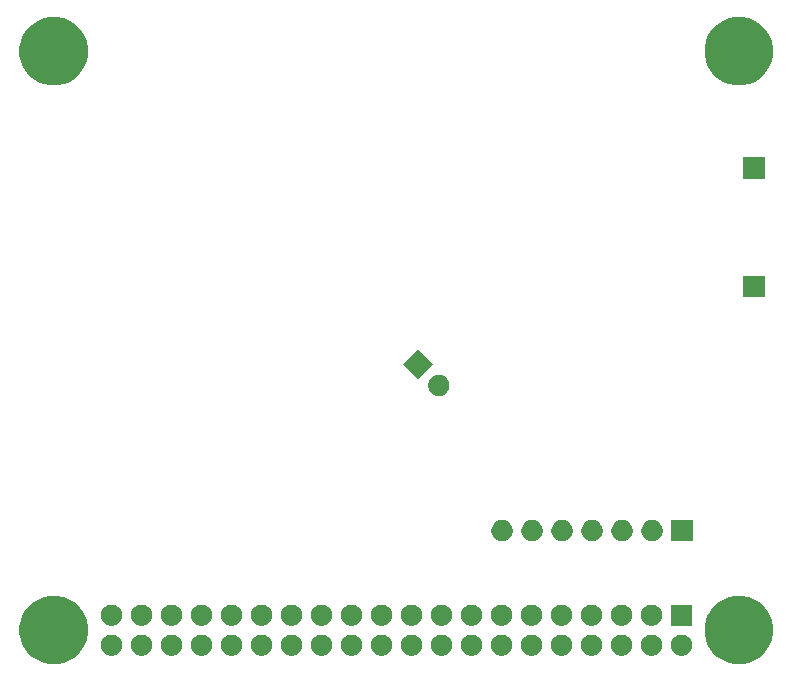
<source format=gbr>
G04 #@! TF.GenerationSoftware,KiCad,Pcbnew,(5.1.5-0-10_14)*
G04 #@! TF.CreationDate,2020-04-05T15:29:42+02:00*
G04 #@! TF.ProjectId,Oasis_ADC,4f617369-735f-4414-9443-2e6b69636164,rev?*
G04 #@! TF.SameCoordinates,Original*
G04 #@! TF.FileFunction,Soldermask,Bot*
G04 #@! TF.FilePolarity,Negative*
%FSLAX46Y46*%
G04 Gerber Fmt 4.6, Leading zero omitted, Abs format (unit mm)*
G04 Created by KiCad (PCBNEW (5.1.5-0-10_14)) date 2020-04-05 15:29:42*
%MOMM*%
%LPD*%
G04 APERTURE LIST*
%ADD10C,0.100000*%
G04 APERTURE END LIST*
D10*
G36*
X62346189Y-49710483D02*
G01*
X62346192Y-49710484D01*
X62346191Y-49710484D01*
X62874139Y-49929167D01*
X63349280Y-50246646D01*
X63753354Y-50650720D01*
X63978175Y-50987189D01*
X64070834Y-51125863D01*
X64289517Y-51653811D01*
X64401000Y-52214275D01*
X64401000Y-52785725D01*
X64289517Y-53346189D01*
X64289516Y-53346191D01*
X64070833Y-53874139D01*
X63753354Y-54349280D01*
X63349280Y-54753354D01*
X62874139Y-55070833D01*
X62874138Y-55070834D01*
X62874137Y-55070834D01*
X62346189Y-55289517D01*
X61785725Y-55401000D01*
X61214275Y-55401000D01*
X60653811Y-55289517D01*
X60125863Y-55070834D01*
X60125862Y-55070834D01*
X60125861Y-55070833D01*
X59650720Y-54753354D01*
X59246646Y-54349280D01*
X58929167Y-53874139D01*
X58710484Y-53346191D01*
X58710483Y-53346189D01*
X58599000Y-52785725D01*
X58599000Y-52214275D01*
X58710483Y-51653811D01*
X58929166Y-51125863D01*
X59021825Y-50987189D01*
X59246646Y-50650720D01*
X59650720Y-50246646D01*
X60125861Y-49929167D01*
X60653809Y-49710484D01*
X60653808Y-49710484D01*
X60653811Y-49710483D01*
X61214275Y-49599000D01*
X61785725Y-49599000D01*
X62346189Y-49710483D01*
G37*
G36*
X4346189Y-49710483D02*
G01*
X4346192Y-49710484D01*
X4346191Y-49710484D01*
X4874139Y-49929167D01*
X5349280Y-50246646D01*
X5753354Y-50650720D01*
X5978175Y-50987189D01*
X6070834Y-51125863D01*
X6289517Y-51653811D01*
X6401000Y-52214275D01*
X6401000Y-52785725D01*
X6289517Y-53346189D01*
X6289516Y-53346191D01*
X6070833Y-53874139D01*
X5753354Y-54349280D01*
X5349280Y-54753354D01*
X4874139Y-55070833D01*
X4874138Y-55070834D01*
X4874137Y-55070834D01*
X4346189Y-55289517D01*
X3785725Y-55401000D01*
X3214275Y-55401000D01*
X2653811Y-55289517D01*
X2125863Y-55070834D01*
X2125862Y-55070834D01*
X2125861Y-55070833D01*
X1650720Y-54753354D01*
X1246646Y-54349280D01*
X929167Y-53874139D01*
X710484Y-53346191D01*
X710483Y-53346189D01*
X599000Y-52785725D01*
X599000Y-52214275D01*
X710483Y-51653811D01*
X929166Y-51125863D01*
X1021825Y-50987189D01*
X1246646Y-50650720D01*
X1650720Y-50246646D01*
X2125861Y-49929167D01*
X2653809Y-49710484D01*
X2653808Y-49710484D01*
X2653811Y-49710483D01*
X3214275Y-49599000D01*
X3785725Y-49599000D01*
X4346189Y-49710483D01*
G37*
G36*
X51683512Y-52893927D02*
G01*
X51832812Y-52923624D01*
X51996784Y-52991544D01*
X52144354Y-53090147D01*
X52269853Y-53215646D01*
X52368456Y-53363216D01*
X52436376Y-53527188D01*
X52471000Y-53701259D01*
X52471000Y-53878741D01*
X52436376Y-54052812D01*
X52368456Y-54216784D01*
X52269853Y-54364354D01*
X52144354Y-54489853D01*
X51996784Y-54588456D01*
X51832812Y-54656376D01*
X51683512Y-54686073D01*
X51658742Y-54691000D01*
X51481258Y-54691000D01*
X51456488Y-54686073D01*
X51307188Y-54656376D01*
X51143216Y-54588456D01*
X50995646Y-54489853D01*
X50870147Y-54364354D01*
X50771544Y-54216784D01*
X50703624Y-54052812D01*
X50669000Y-53878741D01*
X50669000Y-53701259D01*
X50703624Y-53527188D01*
X50771544Y-53363216D01*
X50870147Y-53215646D01*
X50995646Y-53090147D01*
X51143216Y-52991544D01*
X51307188Y-52923624D01*
X51456488Y-52893927D01*
X51481258Y-52889000D01*
X51658742Y-52889000D01*
X51683512Y-52893927D01*
G37*
G36*
X49143512Y-52893927D02*
G01*
X49292812Y-52923624D01*
X49456784Y-52991544D01*
X49604354Y-53090147D01*
X49729853Y-53215646D01*
X49828456Y-53363216D01*
X49896376Y-53527188D01*
X49931000Y-53701259D01*
X49931000Y-53878741D01*
X49896376Y-54052812D01*
X49828456Y-54216784D01*
X49729853Y-54364354D01*
X49604354Y-54489853D01*
X49456784Y-54588456D01*
X49292812Y-54656376D01*
X49143512Y-54686073D01*
X49118742Y-54691000D01*
X48941258Y-54691000D01*
X48916488Y-54686073D01*
X48767188Y-54656376D01*
X48603216Y-54588456D01*
X48455646Y-54489853D01*
X48330147Y-54364354D01*
X48231544Y-54216784D01*
X48163624Y-54052812D01*
X48129000Y-53878741D01*
X48129000Y-53701259D01*
X48163624Y-53527188D01*
X48231544Y-53363216D01*
X48330147Y-53215646D01*
X48455646Y-53090147D01*
X48603216Y-52991544D01*
X48767188Y-52923624D01*
X48916488Y-52893927D01*
X48941258Y-52889000D01*
X49118742Y-52889000D01*
X49143512Y-52893927D01*
G37*
G36*
X46603512Y-52893927D02*
G01*
X46752812Y-52923624D01*
X46916784Y-52991544D01*
X47064354Y-53090147D01*
X47189853Y-53215646D01*
X47288456Y-53363216D01*
X47356376Y-53527188D01*
X47391000Y-53701259D01*
X47391000Y-53878741D01*
X47356376Y-54052812D01*
X47288456Y-54216784D01*
X47189853Y-54364354D01*
X47064354Y-54489853D01*
X46916784Y-54588456D01*
X46752812Y-54656376D01*
X46603512Y-54686073D01*
X46578742Y-54691000D01*
X46401258Y-54691000D01*
X46376488Y-54686073D01*
X46227188Y-54656376D01*
X46063216Y-54588456D01*
X45915646Y-54489853D01*
X45790147Y-54364354D01*
X45691544Y-54216784D01*
X45623624Y-54052812D01*
X45589000Y-53878741D01*
X45589000Y-53701259D01*
X45623624Y-53527188D01*
X45691544Y-53363216D01*
X45790147Y-53215646D01*
X45915646Y-53090147D01*
X46063216Y-52991544D01*
X46227188Y-52923624D01*
X46376488Y-52893927D01*
X46401258Y-52889000D01*
X46578742Y-52889000D01*
X46603512Y-52893927D01*
G37*
G36*
X44063512Y-52893927D02*
G01*
X44212812Y-52923624D01*
X44376784Y-52991544D01*
X44524354Y-53090147D01*
X44649853Y-53215646D01*
X44748456Y-53363216D01*
X44816376Y-53527188D01*
X44851000Y-53701259D01*
X44851000Y-53878741D01*
X44816376Y-54052812D01*
X44748456Y-54216784D01*
X44649853Y-54364354D01*
X44524354Y-54489853D01*
X44376784Y-54588456D01*
X44212812Y-54656376D01*
X44063512Y-54686073D01*
X44038742Y-54691000D01*
X43861258Y-54691000D01*
X43836488Y-54686073D01*
X43687188Y-54656376D01*
X43523216Y-54588456D01*
X43375646Y-54489853D01*
X43250147Y-54364354D01*
X43151544Y-54216784D01*
X43083624Y-54052812D01*
X43049000Y-53878741D01*
X43049000Y-53701259D01*
X43083624Y-53527188D01*
X43151544Y-53363216D01*
X43250147Y-53215646D01*
X43375646Y-53090147D01*
X43523216Y-52991544D01*
X43687188Y-52923624D01*
X43836488Y-52893927D01*
X43861258Y-52889000D01*
X44038742Y-52889000D01*
X44063512Y-52893927D01*
G37*
G36*
X41523512Y-52893927D02*
G01*
X41672812Y-52923624D01*
X41836784Y-52991544D01*
X41984354Y-53090147D01*
X42109853Y-53215646D01*
X42208456Y-53363216D01*
X42276376Y-53527188D01*
X42311000Y-53701259D01*
X42311000Y-53878741D01*
X42276376Y-54052812D01*
X42208456Y-54216784D01*
X42109853Y-54364354D01*
X41984354Y-54489853D01*
X41836784Y-54588456D01*
X41672812Y-54656376D01*
X41523512Y-54686073D01*
X41498742Y-54691000D01*
X41321258Y-54691000D01*
X41296488Y-54686073D01*
X41147188Y-54656376D01*
X40983216Y-54588456D01*
X40835646Y-54489853D01*
X40710147Y-54364354D01*
X40611544Y-54216784D01*
X40543624Y-54052812D01*
X40509000Y-53878741D01*
X40509000Y-53701259D01*
X40543624Y-53527188D01*
X40611544Y-53363216D01*
X40710147Y-53215646D01*
X40835646Y-53090147D01*
X40983216Y-52991544D01*
X41147188Y-52923624D01*
X41296488Y-52893927D01*
X41321258Y-52889000D01*
X41498742Y-52889000D01*
X41523512Y-52893927D01*
G37*
G36*
X38983512Y-52893927D02*
G01*
X39132812Y-52923624D01*
X39296784Y-52991544D01*
X39444354Y-53090147D01*
X39569853Y-53215646D01*
X39668456Y-53363216D01*
X39736376Y-53527188D01*
X39771000Y-53701259D01*
X39771000Y-53878741D01*
X39736376Y-54052812D01*
X39668456Y-54216784D01*
X39569853Y-54364354D01*
X39444354Y-54489853D01*
X39296784Y-54588456D01*
X39132812Y-54656376D01*
X38983512Y-54686073D01*
X38958742Y-54691000D01*
X38781258Y-54691000D01*
X38756488Y-54686073D01*
X38607188Y-54656376D01*
X38443216Y-54588456D01*
X38295646Y-54489853D01*
X38170147Y-54364354D01*
X38071544Y-54216784D01*
X38003624Y-54052812D01*
X37969000Y-53878741D01*
X37969000Y-53701259D01*
X38003624Y-53527188D01*
X38071544Y-53363216D01*
X38170147Y-53215646D01*
X38295646Y-53090147D01*
X38443216Y-52991544D01*
X38607188Y-52923624D01*
X38756488Y-52893927D01*
X38781258Y-52889000D01*
X38958742Y-52889000D01*
X38983512Y-52893927D01*
G37*
G36*
X36443512Y-52893927D02*
G01*
X36592812Y-52923624D01*
X36756784Y-52991544D01*
X36904354Y-53090147D01*
X37029853Y-53215646D01*
X37128456Y-53363216D01*
X37196376Y-53527188D01*
X37231000Y-53701259D01*
X37231000Y-53878741D01*
X37196376Y-54052812D01*
X37128456Y-54216784D01*
X37029853Y-54364354D01*
X36904354Y-54489853D01*
X36756784Y-54588456D01*
X36592812Y-54656376D01*
X36443512Y-54686073D01*
X36418742Y-54691000D01*
X36241258Y-54691000D01*
X36216488Y-54686073D01*
X36067188Y-54656376D01*
X35903216Y-54588456D01*
X35755646Y-54489853D01*
X35630147Y-54364354D01*
X35531544Y-54216784D01*
X35463624Y-54052812D01*
X35429000Y-53878741D01*
X35429000Y-53701259D01*
X35463624Y-53527188D01*
X35531544Y-53363216D01*
X35630147Y-53215646D01*
X35755646Y-53090147D01*
X35903216Y-52991544D01*
X36067188Y-52923624D01*
X36216488Y-52893927D01*
X36241258Y-52889000D01*
X36418742Y-52889000D01*
X36443512Y-52893927D01*
G37*
G36*
X33903512Y-52893927D02*
G01*
X34052812Y-52923624D01*
X34216784Y-52991544D01*
X34364354Y-53090147D01*
X34489853Y-53215646D01*
X34588456Y-53363216D01*
X34656376Y-53527188D01*
X34691000Y-53701259D01*
X34691000Y-53878741D01*
X34656376Y-54052812D01*
X34588456Y-54216784D01*
X34489853Y-54364354D01*
X34364354Y-54489853D01*
X34216784Y-54588456D01*
X34052812Y-54656376D01*
X33903512Y-54686073D01*
X33878742Y-54691000D01*
X33701258Y-54691000D01*
X33676488Y-54686073D01*
X33527188Y-54656376D01*
X33363216Y-54588456D01*
X33215646Y-54489853D01*
X33090147Y-54364354D01*
X32991544Y-54216784D01*
X32923624Y-54052812D01*
X32889000Y-53878741D01*
X32889000Y-53701259D01*
X32923624Y-53527188D01*
X32991544Y-53363216D01*
X33090147Y-53215646D01*
X33215646Y-53090147D01*
X33363216Y-52991544D01*
X33527188Y-52923624D01*
X33676488Y-52893927D01*
X33701258Y-52889000D01*
X33878742Y-52889000D01*
X33903512Y-52893927D01*
G37*
G36*
X31363512Y-52893927D02*
G01*
X31512812Y-52923624D01*
X31676784Y-52991544D01*
X31824354Y-53090147D01*
X31949853Y-53215646D01*
X32048456Y-53363216D01*
X32116376Y-53527188D01*
X32151000Y-53701259D01*
X32151000Y-53878741D01*
X32116376Y-54052812D01*
X32048456Y-54216784D01*
X31949853Y-54364354D01*
X31824354Y-54489853D01*
X31676784Y-54588456D01*
X31512812Y-54656376D01*
X31363512Y-54686073D01*
X31338742Y-54691000D01*
X31161258Y-54691000D01*
X31136488Y-54686073D01*
X30987188Y-54656376D01*
X30823216Y-54588456D01*
X30675646Y-54489853D01*
X30550147Y-54364354D01*
X30451544Y-54216784D01*
X30383624Y-54052812D01*
X30349000Y-53878741D01*
X30349000Y-53701259D01*
X30383624Y-53527188D01*
X30451544Y-53363216D01*
X30550147Y-53215646D01*
X30675646Y-53090147D01*
X30823216Y-52991544D01*
X30987188Y-52923624D01*
X31136488Y-52893927D01*
X31161258Y-52889000D01*
X31338742Y-52889000D01*
X31363512Y-52893927D01*
G37*
G36*
X28823512Y-52893927D02*
G01*
X28972812Y-52923624D01*
X29136784Y-52991544D01*
X29284354Y-53090147D01*
X29409853Y-53215646D01*
X29508456Y-53363216D01*
X29576376Y-53527188D01*
X29611000Y-53701259D01*
X29611000Y-53878741D01*
X29576376Y-54052812D01*
X29508456Y-54216784D01*
X29409853Y-54364354D01*
X29284354Y-54489853D01*
X29136784Y-54588456D01*
X28972812Y-54656376D01*
X28823512Y-54686073D01*
X28798742Y-54691000D01*
X28621258Y-54691000D01*
X28596488Y-54686073D01*
X28447188Y-54656376D01*
X28283216Y-54588456D01*
X28135646Y-54489853D01*
X28010147Y-54364354D01*
X27911544Y-54216784D01*
X27843624Y-54052812D01*
X27809000Y-53878741D01*
X27809000Y-53701259D01*
X27843624Y-53527188D01*
X27911544Y-53363216D01*
X28010147Y-53215646D01*
X28135646Y-53090147D01*
X28283216Y-52991544D01*
X28447188Y-52923624D01*
X28596488Y-52893927D01*
X28621258Y-52889000D01*
X28798742Y-52889000D01*
X28823512Y-52893927D01*
G37*
G36*
X26283512Y-52893927D02*
G01*
X26432812Y-52923624D01*
X26596784Y-52991544D01*
X26744354Y-53090147D01*
X26869853Y-53215646D01*
X26968456Y-53363216D01*
X27036376Y-53527188D01*
X27071000Y-53701259D01*
X27071000Y-53878741D01*
X27036376Y-54052812D01*
X26968456Y-54216784D01*
X26869853Y-54364354D01*
X26744354Y-54489853D01*
X26596784Y-54588456D01*
X26432812Y-54656376D01*
X26283512Y-54686073D01*
X26258742Y-54691000D01*
X26081258Y-54691000D01*
X26056488Y-54686073D01*
X25907188Y-54656376D01*
X25743216Y-54588456D01*
X25595646Y-54489853D01*
X25470147Y-54364354D01*
X25371544Y-54216784D01*
X25303624Y-54052812D01*
X25269000Y-53878741D01*
X25269000Y-53701259D01*
X25303624Y-53527188D01*
X25371544Y-53363216D01*
X25470147Y-53215646D01*
X25595646Y-53090147D01*
X25743216Y-52991544D01*
X25907188Y-52923624D01*
X26056488Y-52893927D01*
X26081258Y-52889000D01*
X26258742Y-52889000D01*
X26283512Y-52893927D01*
G37*
G36*
X23743512Y-52893927D02*
G01*
X23892812Y-52923624D01*
X24056784Y-52991544D01*
X24204354Y-53090147D01*
X24329853Y-53215646D01*
X24428456Y-53363216D01*
X24496376Y-53527188D01*
X24531000Y-53701259D01*
X24531000Y-53878741D01*
X24496376Y-54052812D01*
X24428456Y-54216784D01*
X24329853Y-54364354D01*
X24204354Y-54489853D01*
X24056784Y-54588456D01*
X23892812Y-54656376D01*
X23743512Y-54686073D01*
X23718742Y-54691000D01*
X23541258Y-54691000D01*
X23516488Y-54686073D01*
X23367188Y-54656376D01*
X23203216Y-54588456D01*
X23055646Y-54489853D01*
X22930147Y-54364354D01*
X22831544Y-54216784D01*
X22763624Y-54052812D01*
X22729000Y-53878741D01*
X22729000Y-53701259D01*
X22763624Y-53527188D01*
X22831544Y-53363216D01*
X22930147Y-53215646D01*
X23055646Y-53090147D01*
X23203216Y-52991544D01*
X23367188Y-52923624D01*
X23516488Y-52893927D01*
X23541258Y-52889000D01*
X23718742Y-52889000D01*
X23743512Y-52893927D01*
G37*
G36*
X21203512Y-52893927D02*
G01*
X21352812Y-52923624D01*
X21516784Y-52991544D01*
X21664354Y-53090147D01*
X21789853Y-53215646D01*
X21888456Y-53363216D01*
X21956376Y-53527188D01*
X21991000Y-53701259D01*
X21991000Y-53878741D01*
X21956376Y-54052812D01*
X21888456Y-54216784D01*
X21789853Y-54364354D01*
X21664354Y-54489853D01*
X21516784Y-54588456D01*
X21352812Y-54656376D01*
X21203512Y-54686073D01*
X21178742Y-54691000D01*
X21001258Y-54691000D01*
X20976488Y-54686073D01*
X20827188Y-54656376D01*
X20663216Y-54588456D01*
X20515646Y-54489853D01*
X20390147Y-54364354D01*
X20291544Y-54216784D01*
X20223624Y-54052812D01*
X20189000Y-53878741D01*
X20189000Y-53701259D01*
X20223624Y-53527188D01*
X20291544Y-53363216D01*
X20390147Y-53215646D01*
X20515646Y-53090147D01*
X20663216Y-52991544D01*
X20827188Y-52923624D01*
X20976488Y-52893927D01*
X21001258Y-52889000D01*
X21178742Y-52889000D01*
X21203512Y-52893927D01*
G37*
G36*
X18663512Y-52893927D02*
G01*
X18812812Y-52923624D01*
X18976784Y-52991544D01*
X19124354Y-53090147D01*
X19249853Y-53215646D01*
X19348456Y-53363216D01*
X19416376Y-53527188D01*
X19451000Y-53701259D01*
X19451000Y-53878741D01*
X19416376Y-54052812D01*
X19348456Y-54216784D01*
X19249853Y-54364354D01*
X19124354Y-54489853D01*
X18976784Y-54588456D01*
X18812812Y-54656376D01*
X18663512Y-54686073D01*
X18638742Y-54691000D01*
X18461258Y-54691000D01*
X18436488Y-54686073D01*
X18287188Y-54656376D01*
X18123216Y-54588456D01*
X17975646Y-54489853D01*
X17850147Y-54364354D01*
X17751544Y-54216784D01*
X17683624Y-54052812D01*
X17649000Y-53878741D01*
X17649000Y-53701259D01*
X17683624Y-53527188D01*
X17751544Y-53363216D01*
X17850147Y-53215646D01*
X17975646Y-53090147D01*
X18123216Y-52991544D01*
X18287188Y-52923624D01*
X18436488Y-52893927D01*
X18461258Y-52889000D01*
X18638742Y-52889000D01*
X18663512Y-52893927D01*
G37*
G36*
X16123512Y-52893927D02*
G01*
X16272812Y-52923624D01*
X16436784Y-52991544D01*
X16584354Y-53090147D01*
X16709853Y-53215646D01*
X16808456Y-53363216D01*
X16876376Y-53527188D01*
X16911000Y-53701259D01*
X16911000Y-53878741D01*
X16876376Y-54052812D01*
X16808456Y-54216784D01*
X16709853Y-54364354D01*
X16584354Y-54489853D01*
X16436784Y-54588456D01*
X16272812Y-54656376D01*
X16123512Y-54686073D01*
X16098742Y-54691000D01*
X15921258Y-54691000D01*
X15896488Y-54686073D01*
X15747188Y-54656376D01*
X15583216Y-54588456D01*
X15435646Y-54489853D01*
X15310147Y-54364354D01*
X15211544Y-54216784D01*
X15143624Y-54052812D01*
X15109000Y-53878741D01*
X15109000Y-53701259D01*
X15143624Y-53527188D01*
X15211544Y-53363216D01*
X15310147Y-53215646D01*
X15435646Y-53090147D01*
X15583216Y-52991544D01*
X15747188Y-52923624D01*
X15896488Y-52893927D01*
X15921258Y-52889000D01*
X16098742Y-52889000D01*
X16123512Y-52893927D01*
G37*
G36*
X13583512Y-52893927D02*
G01*
X13732812Y-52923624D01*
X13896784Y-52991544D01*
X14044354Y-53090147D01*
X14169853Y-53215646D01*
X14268456Y-53363216D01*
X14336376Y-53527188D01*
X14371000Y-53701259D01*
X14371000Y-53878741D01*
X14336376Y-54052812D01*
X14268456Y-54216784D01*
X14169853Y-54364354D01*
X14044354Y-54489853D01*
X13896784Y-54588456D01*
X13732812Y-54656376D01*
X13583512Y-54686073D01*
X13558742Y-54691000D01*
X13381258Y-54691000D01*
X13356488Y-54686073D01*
X13207188Y-54656376D01*
X13043216Y-54588456D01*
X12895646Y-54489853D01*
X12770147Y-54364354D01*
X12671544Y-54216784D01*
X12603624Y-54052812D01*
X12569000Y-53878741D01*
X12569000Y-53701259D01*
X12603624Y-53527188D01*
X12671544Y-53363216D01*
X12770147Y-53215646D01*
X12895646Y-53090147D01*
X13043216Y-52991544D01*
X13207188Y-52923624D01*
X13356488Y-52893927D01*
X13381258Y-52889000D01*
X13558742Y-52889000D01*
X13583512Y-52893927D01*
G37*
G36*
X11043512Y-52893927D02*
G01*
X11192812Y-52923624D01*
X11356784Y-52991544D01*
X11504354Y-53090147D01*
X11629853Y-53215646D01*
X11728456Y-53363216D01*
X11796376Y-53527188D01*
X11831000Y-53701259D01*
X11831000Y-53878741D01*
X11796376Y-54052812D01*
X11728456Y-54216784D01*
X11629853Y-54364354D01*
X11504354Y-54489853D01*
X11356784Y-54588456D01*
X11192812Y-54656376D01*
X11043512Y-54686073D01*
X11018742Y-54691000D01*
X10841258Y-54691000D01*
X10816488Y-54686073D01*
X10667188Y-54656376D01*
X10503216Y-54588456D01*
X10355646Y-54489853D01*
X10230147Y-54364354D01*
X10131544Y-54216784D01*
X10063624Y-54052812D01*
X10029000Y-53878741D01*
X10029000Y-53701259D01*
X10063624Y-53527188D01*
X10131544Y-53363216D01*
X10230147Y-53215646D01*
X10355646Y-53090147D01*
X10503216Y-52991544D01*
X10667188Y-52923624D01*
X10816488Y-52893927D01*
X10841258Y-52889000D01*
X11018742Y-52889000D01*
X11043512Y-52893927D01*
G37*
G36*
X8503512Y-52893927D02*
G01*
X8652812Y-52923624D01*
X8816784Y-52991544D01*
X8964354Y-53090147D01*
X9089853Y-53215646D01*
X9188456Y-53363216D01*
X9256376Y-53527188D01*
X9291000Y-53701259D01*
X9291000Y-53878741D01*
X9256376Y-54052812D01*
X9188456Y-54216784D01*
X9089853Y-54364354D01*
X8964354Y-54489853D01*
X8816784Y-54588456D01*
X8652812Y-54656376D01*
X8503512Y-54686073D01*
X8478742Y-54691000D01*
X8301258Y-54691000D01*
X8276488Y-54686073D01*
X8127188Y-54656376D01*
X7963216Y-54588456D01*
X7815646Y-54489853D01*
X7690147Y-54364354D01*
X7591544Y-54216784D01*
X7523624Y-54052812D01*
X7489000Y-53878741D01*
X7489000Y-53701259D01*
X7523624Y-53527188D01*
X7591544Y-53363216D01*
X7690147Y-53215646D01*
X7815646Y-53090147D01*
X7963216Y-52991544D01*
X8127188Y-52923624D01*
X8276488Y-52893927D01*
X8301258Y-52889000D01*
X8478742Y-52889000D01*
X8503512Y-52893927D01*
G37*
G36*
X54223512Y-52893927D02*
G01*
X54372812Y-52923624D01*
X54536784Y-52991544D01*
X54684354Y-53090147D01*
X54809853Y-53215646D01*
X54908456Y-53363216D01*
X54976376Y-53527188D01*
X55011000Y-53701259D01*
X55011000Y-53878741D01*
X54976376Y-54052812D01*
X54908456Y-54216784D01*
X54809853Y-54364354D01*
X54684354Y-54489853D01*
X54536784Y-54588456D01*
X54372812Y-54656376D01*
X54223512Y-54686073D01*
X54198742Y-54691000D01*
X54021258Y-54691000D01*
X53996488Y-54686073D01*
X53847188Y-54656376D01*
X53683216Y-54588456D01*
X53535646Y-54489853D01*
X53410147Y-54364354D01*
X53311544Y-54216784D01*
X53243624Y-54052812D01*
X53209000Y-53878741D01*
X53209000Y-53701259D01*
X53243624Y-53527188D01*
X53311544Y-53363216D01*
X53410147Y-53215646D01*
X53535646Y-53090147D01*
X53683216Y-52991544D01*
X53847188Y-52923624D01*
X53996488Y-52893927D01*
X54021258Y-52889000D01*
X54198742Y-52889000D01*
X54223512Y-52893927D01*
G37*
G36*
X56763512Y-52893927D02*
G01*
X56912812Y-52923624D01*
X57076784Y-52991544D01*
X57224354Y-53090147D01*
X57349853Y-53215646D01*
X57448456Y-53363216D01*
X57516376Y-53527188D01*
X57551000Y-53701259D01*
X57551000Y-53878741D01*
X57516376Y-54052812D01*
X57448456Y-54216784D01*
X57349853Y-54364354D01*
X57224354Y-54489853D01*
X57076784Y-54588456D01*
X56912812Y-54656376D01*
X56763512Y-54686073D01*
X56738742Y-54691000D01*
X56561258Y-54691000D01*
X56536488Y-54686073D01*
X56387188Y-54656376D01*
X56223216Y-54588456D01*
X56075646Y-54489853D01*
X55950147Y-54364354D01*
X55851544Y-54216784D01*
X55783624Y-54052812D01*
X55749000Y-53878741D01*
X55749000Y-53701259D01*
X55783624Y-53527188D01*
X55851544Y-53363216D01*
X55950147Y-53215646D01*
X56075646Y-53090147D01*
X56223216Y-52991544D01*
X56387188Y-52923624D01*
X56536488Y-52893927D01*
X56561258Y-52889000D01*
X56738742Y-52889000D01*
X56763512Y-52893927D01*
G37*
G36*
X33903512Y-50353927D02*
G01*
X34052812Y-50383624D01*
X34216784Y-50451544D01*
X34364354Y-50550147D01*
X34489853Y-50675646D01*
X34588456Y-50823216D01*
X34656376Y-50987188D01*
X34691000Y-51161259D01*
X34691000Y-51338741D01*
X34656376Y-51512812D01*
X34588456Y-51676784D01*
X34489853Y-51824354D01*
X34364354Y-51949853D01*
X34216784Y-52048456D01*
X34052812Y-52116376D01*
X33903512Y-52146073D01*
X33878742Y-52151000D01*
X33701258Y-52151000D01*
X33676488Y-52146073D01*
X33527188Y-52116376D01*
X33363216Y-52048456D01*
X33215646Y-51949853D01*
X33090147Y-51824354D01*
X32991544Y-51676784D01*
X32923624Y-51512812D01*
X32889000Y-51338741D01*
X32889000Y-51161259D01*
X32923624Y-50987188D01*
X32991544Y-50823216D01*
X33090147Y-50675646D01*
X33215646Y-50550147D01*
X33363216Y-50451544D01*
X33527188Y-50383624D01*
X33676488Y-50353927D01*
X33701258Y-50349000D01*
X33878742Y-50349000D01*
X33903512Y-50353927D01*
G37*
G36*
X57551000Y-52151000D02*
G01*
X55749000Y-52151000D01*
X55749000Y-50349000D01*
X57551000Y-50349000D01*
X57551000Y-52151000D01*
G37*
G36*
X8503512Y-50353927D02*
G01*
X8652812Y-50383624D01*
X8816784Y-50451544D01*
X8964354Y-50550147D01*
X9089853Y-50675646D01*
X9188456Y-50823216D01*
X9256376Y-50987188D01*
X9291000Y-51161259D01*
X9291000Y-51338741D01*
X9256376Y-51512812D01*
X9188456Y-51676784D01*
X9089853Y-51824354D01*
X8964354Y-51949853D01*
X8816784Y-52048456D01*
X8652812Y-52116376D01*
X8503512Y-52146073D01*
X8478742Y-52151000D01*
X8301258Y-52151000D01*
X8276488Y-52146073D01*
X8127188Y-52116376D01*
X7963216Y-52048456D01*
X7815646Y-51949853D01*
X7690147Y-51824354D01*
X7591544Y-51676784D01*
X7523624Y-51512812D01*
X7489000Y-51338741D01*
X7489000Y-51161259D01*
X7523624Y-50987188D01*
X7591544Y-50823216D01*
X7690147Y-50675646D01*
X7815646Y-50550147D01*
X7963216Y-50451544D01*
X8127188Y-50383624D01*
X8276488Y-50353927D01*
X8301258Y-50349000D01*
X8478742Y-50349000D01*
X8503512Y-50353927D01*
G37*
G36*
X54223512Y-50353927D02*
G01*
X54372812Y-50383624D01*
X54536784Y-50451544D01*
X54684354Y-50550147D01*
X54809853Y-50675646D01*
X54908456Y-50823216D01*
X54976376Y-50987188D01*
X55011000Y-51161259D01*
X55011000Y-51338741D01*
X54976376Y-51512812D01*
X54908456Y-51676784D01*
X54809853Y-51824354D01*
X54684354Y-51949853D01*
X54536784Y-52048456D01*
X54372812Y-52116376D01*
X54223512Y-52146073D01*
X54198742Y-52151000D01*
X54021258Y-52151000D01*
X53996488Y-52146073D01*
X53847188Y-52116376D01*
X53683216Y-52048456D01*
X53535646Y-51949853D01*
X53410147Y-51824354D01*
X53311544Y-51676784D01*
X53243624Y-51512812D01*
X53209000Y-51338741D01*
X53209000Y-51161259D01*
X53243624Y-50987188D01*
X53311544Y-50823216D01*
X53410147Y-50675646D01*
X53535646Y-50550147D01*
X53683216Y-50451544D01*
X53847188Y-50383624D01*
X53996488Y-50353927D01*
X54021258Y-50349000D01*
X54198742Y-50349000D01*
X54223512Y-50353927D01*
G37*
G36*
X11043512Y-50353927D02*
G01*
X11192812Y-50383624D01*
X11356784Y-50451544D01*
X11504354Y-50550147D01*
X11629853Y-50675646D01*
X11728456Y-50823216D01*
X11796376Y-50987188D01*
X11831000Y-51161259D01*
X11831000Y-51338741D01*
X11796376Y-51512812D01*
X11728456Y-51676784D01*
X11629853Y-51824354D01*
X11504354Y-51949853D01*
X11356784Y-52048456D01*
X11192812Y-52116376D01*
X11043512Y-52146073D01*
X11018742Y-52151000D01*
X10841258Y-52151000D01*
X10816488Y-52146073D01*
X10667188Y-52116376D01*
X10503216Y-52048456D01*
X10355646Y-51949853D01*
X10230147Y-51824354D01*
X10131544Y-51676784D01*
X10063624Y-51512812D01*
X10029000Y-51338741D01*
X10029000Y-51161259D01*
X10063624Y-50987188D01*
X10131544Y-50823216D01*
X10230147Y-50675646D01*
X10355646Y-50550147D01*
X10503216Y-50451544D01*
X10667188Y-50383624D01*
X10816488Y-50353927D01*
X10841258Y-50349000D01*
X11018742Y-50349000D01*
X11043512Y-50353927D01*
G37*
G36*
X51683512Y-50353927D02*
G01*
X51832812Y-50383624D01*
X51996784Y-50451544D01*
X52144354Y-50550147D01*
X52269853Y-50675646D01*
X52368456Y-50823216D01*
X52436376Y-50987188D01*
X52471000Y-51161259D01*
X52471000Y-51338741D01*
X52436376Y-51512812D01*
X52368456Y-51676784D01*
X52269853Y-51824354D01*
X52144354Y-51949853D01*
X51996784Y-52048456D01*
X51832812Y-52116376D01*
X51683512Y-52146073D01*
X51658742Y-52151000D01*
X51481258Y-52151000D01*
X51456488Y-52146073D01*
X51307188Y-52116376D01*
X51143216Y-52048456D01*
X50995646Y-51949853D01*
X50870147Y-51824354D01*
X50771544Y-51676784D01*
X50703624Y-51512812D01*
X50669000Y-51338741D01*
X50669000Y-51161259D01*
X50703624Y-50987188D01*
X50771544Y-50823216D01*
X50870147Y-50675646D01*
X50995646Y-50550147D01*
X51143216Y-50451544D01*
X51307188Y-50383624D01*
X51456488Y-50353927D01*
X51481258Y-50349000D01*
X51658742Y-50349000D01*
X51683512Y-50353927D01*
G37*
G36*
X13583512Y-50353927D02*
G01*
X13732812Y-50383624D01*
X13896784Y-50451544D01*
X14044354Y-50550147D01*
X14169853Y-50675646D01*
X14268456Y-50823216D01*
X14336376Y-50987188D01*
X14371000Y-51161259D01*
X14371000Y-51338741D01*
X14336376Y-51512812D01*
X14268456Y-51676784D01*
X14169853Y-51824354D01*
X14044354Y-51949853D01*
X13896784Y-52048456D01*
X13732812Y-52116376D01*
X13583512Y-52146073D01*
X13558742Y-52151000D01*
X13381258Y-52151000D01*
X13356488Y-52146073D01*
X13207188Y-52116376D01*
X13043216Y-52048456D01*
X12895646Y-51949853D01*
X12770147Y-51824354D01*
X12671544Y-51676784D01*
X12603624Y-51512812D01*
X12569000Y-51338741D01*
X12569000Y-51161259D01*
X12603624Y-50987188D01*
X12671544Y-50823216D01*
X12770147Y-50675646D01*
X12895646Y-50550147D01*
X13043216Y-50451544D01*
X13207188Y-50383624D01*
X13356488Y-50353927D01*
X13381258Y-50349000D01*
X13558742Y-50349000D01*
X13583512Y-50353927D01*
G37*
G36*
X49143512Y-50353927D02*
G01*
X49292812Y-50383624D01*
X49456784Y-50451544D01*
X49604354Y-50550147D01*
X49729853Y-50675646D01*
X49828456Y-50823216D01*
X49896376Y-50987188D01*
X49931000Y-51161259D01*
X49931000Y-51338741D01*
X49896376Y-51512812D01*
X49828456Y-51676784D01*
X49729853Y-51824354D01*
X49604354Y-51949853D01*
X49456784Y-52048456D01*
X49292812Y-52116376D01*
X49143512Y-52146073D01*
X49118742Y-52151000D01*
X48941258Y-52151000D01*
X48916488Y-52146073D01*
X48767188Y-52116376D01*
X48603216Y-52048456D01*
X48455646Y-51949853D01*
X48330147Y-51824354D01*
X48231544Y-51676784D01*
X48163624Y-51512812D01*
X48129000Y-51338741D01*
X48129000Y-51161259D01*
X48163624Y-50987188D01*
X48231544Y-50823216D01*
X48330147Y-50675646D01*
X48455646Y-50550147D01*
X48603216Y-50451544D01*
X48767188Y-50383624D01*
X48916488Y-50353927D01*
X48941258Y-50349000D01*
X49118742Y-50349000D01*
X49143512Y-50353927D01*
G37*
G36*
X16123512Y-50353927D02*
G01*
X16272812Y-50383624D01*
X16436784Y-50451544D01*
X16584354Y-50550147D01*
X16709853Y-50675646D01*
X16808456Y-50823216D01*
X16876376Y-50987188D01*
X16911000Y-51161259D01*
X16911000Y-51338741D01*
X16876376Y-51512812D01*
X16808456Y-51676784D01*
X16709853Y-51824354D01*
X16584354Y-51949853D01*
X16436784Y-52048456D01*
X16272812Y-52116376D01*
X16123512Y-52146073D01*
X16098742Y-52151000D01*
X15921258Y-52151000D01*
X15896488Y-52146073D01*
X15747188Y-52116376D01*
X15583216Y-52048456D01*
X15435646Y-51949853D01*
X15310147Y-51824354D01*
X15211544Y-51676784D01*
X15143624Y-51512812D01*
X15109000Y-51338741D01*
X15109000Y-51161259D01*
X15143624Y-50987188D01*
X15211544Y-50823216D01*
X15310147Y-50675646D01*
X15435646Y-50550147D01*
X15583216Y-50451544D01*
X15747188Y-50383624D01*
X15896488Y-50353927D01*
X15921258Y-50349000D01*
X16098742Y-50349000D01*
X16123512Y-50353927D01*
G37*
G36*
X46603512Y-50353927D02*
G01*
X46752812Y-50383624D01*
X46916784Y-50451544D01*
X47064354Y-50550147D01*
X47189853Y-50675646D01*
X47288456Y-50823216D01*
X47356376Y-50987188D01*
X47391000Y-51161259D01*
X47391000Y-51338741D01*
X47356376Y-51512812D01*
X47288456Y-51676784D01*
X47189853Y-51824354D01*
X47064354Y-51949853D01*
X46916784Y-52048456D01*
X46752812Y-52116376D01*
X46603512Y-52146073D01*
X46578742Y-52151000D01*
X46401258Y-52151000D01*
X46376488Y-52146073D01*
X46227188Y-52116376D01*
X46063216Y-52048456D01*
X45915646Y-51949853D01*
X45790147Y-51824354D01*
X45691544Y-51676784D01*
X45623624Y-51512812D01*
X45589000Y-51338741D01*
X45589000Y-51161259D01*
X45623624Y-50987188D01*
X45691544Y-50823216D01*
X45790147Y-50675646D01*
X45915646Y-50550147D01*
X46063216Y-50451544D01*
X46227188Y-50383624D01*
X46376488Y-50353927D01*
X46401258Y-50349000D01*
X46578742Y-50349000D01*
X46603512Y-50353927D01*
G37*
G36*
X18663512Y-50353927D02*
G01*
X18812812Y-50383624D01*
X18976784Y-50451544D01*
X19124354Y-50550147D01*
X19249853Y-50675646D01*
X19348456Y-50823216D01*
X19416376Y-50987188D01*
X19451000Y-51161259D01*
X19451000Y-51338741D01*
X19416376Y-51512812D01*
X19348456Y-51676784D01*
X19249853Y-51824354D01*
X19124354Y-51949853D01*
X18976784Y-52048456D01*
X18812812Y-52116376D01*
X18663512Y-52146073D01*
X18638742Y-52151000D01*
X18461258Y-52151000D01*
X18436488Y-52146073D01*
X18287188Y-52116376D01*
X18123216Y-52048456D01*
X17975646Y-51949853D01*
X17850147Y-51824354D01*
X17751544Y-51676784D01*
X17683624Y-51512812D01*
X17649000Y-51338741D01*
X17649000Y-51161259D01*
X17683624Y-50987188D01*
X17751544Y-50823216D01*
X17850147Y-50675646D01*
X17975646Y-50550147D01*
X18123216Y-50451544D01*
X18287188Y-50383624D01*
X18436488Y-50353927D01*
X18461258Y-50349000D01*
X18638742Y-50349000D01*
X18663512Y-50353927D01*
G37*
G36*
X44063512Y-50353927D02*
G01*
X44212812Y-50383624D01*
X44376784Y-50451544D01*
X44524354Y-50550147D01*
X44649853Y-50675646D01*
X44748456Y-50823216D01*
X44816376Y-50987188D01*
X44851000Y-51161259D01*
X44851000Y-51338741D01*
X44816376Y-51512812D01*
X44748456Y-51676784D01*
X44649853Y-51824354D01*
X44524354Y-51949853D01*
X44376784Y-52048456D01*
X44212812Y-52116376D01*
X44063512Y-52146073D01*
X44038742Y-52151000D01*
X43861258Y-52151000D01*
X43836488Y-52146073D01*
X43687188Y-52116376D01*
X43523216Y-52048456D01*
X43375646Y-51949853D01*
X43250147Y-51824354D01*
X43151544Y-51676784D01*
X43083624Y-51512812D01*
X43049000Y-51338741D01*
X43049000Y-51161259D01*
X43083624Y-50987188D01*
X43151544Y-50823216D01*
X43250147Y-50675646D01*
X43375646Y-50550147D01*
X43523216Y-50451544D01*
X43687188Y-50383624D01*
X43836488Y-50353927D01*
X43861258Y-50349000D01*
X44038742Y-50349000D01*
X44063512Y-50353927D01*
G37*
G36*
X21203512Y-50353927D02*
G01*
X21352812Y-50383624D01*
X21516784Y-50451544D01*
X21664354Y-50550147D01*
X21789853Y-50675646D01*
X21888456Y-50823216D01*
X21956376Y-50987188D01*
X21991000Y-51161259D01*
X21991000Y-51338741D01*
X21956376Y-51512812D01*
X21888456Y-51676784D01*
X21789853Y-51824354D01*
X21664354Y-51949853D01*
X21516784Y-52048456D01*
X21352812Y-52116376D01*
X21203512Y-52146073D01*
X21178742Y-52151000D01*
X21001258Y-52151000D01*
X20976488Y-52146073D01*
X20827188Y-52116376D01*
X20663216Y-52048456D01*
X20515646Y-51949853D01*
X20390147Y-51824354D01*
X20291544Y-51676784D01*
X20223624Y-51512812D01*
X20189000Y-51338741D01*
X20189000Y-51161259D01*
X20223624Y-50987188D01*
X20291544Y-50823216D01*
X20390147Y-50675646D01*
X20515646Y-50550147D01*
X20663216Y-50451544D01*
X20827188Y-50383624D01*
X20976488Y-50353927D01*
X21001258Y-50349000D01*
X21178742Y-50349000D01*
X21203512Y-50353927D01*
G37*
G36*
X41523512Y-50353927D02*
G01*
X41672812Y-50383624D01*
X41836784Y-50451544D01*
X41984354Y-50550147D01*
X42109853Y-50675646D01*
X42208456Y-50823216D01*
X42276376Y-50987188D01*
X42311000Y-51161259D01*
X42311000Y-51338741D01*
X42276376Y-51512812D01*
X42208456Y-51676784D01*
X42109853Y-51824354D01*
X41984354Y-51949853D01*
X41836784Y-52048456D01*
X41672812Y-52116376D01*
X41523512Y-52146073D01*
X41498742Y-52151000D01*
X41321258Y-52151000D01*
X41296488Y-52146073D01*
X41147188Y-52116376D01*
X40983216Y-52048456D01*
X40835646Y-51949853D01*
X40710147Y-51824354D01*
X40611544Y-51676784D01*
X40543624Y-51512812D01*
X40509000Y-51338741D01*
X40509000Y-51161259D01*
X40543624Y-50987188D01*
X40611544Y-50823216D01*
X40710147Y-50675646D01*
X40835646Y-50550147D01*
X40983216Y-50451544D01*
X41147188Y-50383624D01*
X41296488Y-50353927D01*
X41321258Y-50349000D01*
X41498742Y-50349000D01*
X41523512Y-50353927D01*
G37*
G36*
X23743512Y-50353927D02*
G01*
X23892812Y-50383624D01*
X24056784Y-50451544D01*
X24204354Y-50550147D01*
X24329853Y-50675646D01*
X24428456Y-50823216D01*
X24496376Y-50987188D01*
X24531000Y-51161259D01*
X24531000Y-51338741D01*
X24496376Y-51512812D01*
X24428456Y-51676784D01*
X24329853Y-51824354D01*
X24204354Y-51949853D01*
X24056784Y-52048456D01*
X23892812Y-52116376D01*
X23743512Y-52146073D01*
X23718742Y-52151000D01*
X23541258Y-52151000D01*
X23516488Y-52146073D01*
X23367188Y-52116376D01*
X23203216Y-52048456D01*
X23055646Y-51949853D01*
X22930147Y-51824354D01*
X22831544Y-51676784D01*
X22763624Y-51512812D01*
X22729000Y-51338741D01*
X22729000Y-51161259D01*
X22763624Y-50987188D01*
X22831544Y-50823216D01*
X22930147Y-50675646D01*
X23055646Y-50550147D01*
X23203216Y-50451544D01*
X23367188Y-50383624D01*
X23516488Y-50353927D01*
X23541258Y-50349000D01*
X23718742Y-50349000D01*
X23743512Y-50353927D01*
G37*
G36*
X38983512Y-50353927D02*
G01*
X39132812Y-50383624D01*
X39296784Y-50451544D01*
X39444354Y-50550147D01*
X39569853Y-50675646D01*
X39668456Y-50823216D01*
X39736376Y-50987188D01*
X39771000Y-51161259D01*
X39771000Y-51338741D01*
X39736376Y-51512812D01*
X39668456Y-51676784D01*
X39569853Y-51824354D01*
X39444354Y-51949853D01*
X39296784Y-52048456D01*
X39132812Y-52116376D01*
X38983512Y-52146073D01*
X38958742Y-52151000D01*
X38781258Y-52151000D01*
X38756488Y-52146073D01*
X38607188Y-52116376D01*
X38443216Y-52048456D01*
X38295646Y-51949853D01*
X38170147Y-51824354D01*
X38071544Y-51676784D01*
X38003624Y-51512812D01*
X37969000Y-51338741D01*
X37969000Y-51161259D01*
X38003624Y-50987188D01*
X38071544Y-50823216D01*
X38170147Y-50675646D01*
X38295646Y-50550147D01*
X38443216Y-50451544D01*
X38607188Y-50383624D01*
X38756488Y-50353927D01*
X38781258Y-50349000D01*
X38958742Y-50349000D01*
X38983512Y-50353927D01*
G37*
G36*
X26283512Y-50353927D02*
G01*
X26432812Y-50383624D01*
X26596784Y-50451544D01*
X26744354Y-50550147D01*
X26869853Y-50675646D01*
X26968456Y-50823216D01*
X27036376Y-50987188D01*
X27071000Y-51161259D01*
X27071000Y-51338741D01*
X27036376Y-51512812D01*
X26968456Y-51676784D01*
X26869853Y-51824354D01*
X26744354Y-51949853D01*
X26596784Y-52048456D01*
X26432812Y-52116376D01*
X26283512Y-52146073D01*
X26258742Y-52151000D01*
X26081258Y-52151000D01*
X26056488Y-52146073D01*
X25907188Y-52116376D01*
X25743216Y-52048456D01*
X25595646Y-51949853D01*
X25470147Y-51824354D01*
X25371544Y-51676784D01*
X25303624Y-51512812D01*
X25269000Y-51338741D01*
X25269000Y-51161259D01*
X25303624Y-50987188D01*
X25371544Y-50823216D01*
X25470147Y-50675646D01*
X25595646Y-50550147D01*
X25743216Y-50451544D01*
X25907188Y-50383624D01*
X26056488Y-50353927D01*
X26081258Y-50349000D01*
X26258742Y-50349000D01*
X26283512Y-50353927D01*
G37*
G36*
X36443512Y-50353927D02*
G01*
X36592812Y-50383624D01*
X36756784Y-50451544D01*
X36904354Y-50550147D01*
X37029853Y-50675646D01*
X37128456Y-50823216D01*
X37196376Y-50987188D01*
X37231000Y-51161259D01*
X37231000Y-51338741D01*
X37196376Y-51512812D01*
X37128456Y-51676784D01*
X37029853Y-51824354D01*
X36904354Y-51949853D01*
X36756784Y-52048456D01*
X36592812Y-52116376D01*
X36443512Y-52146073D01*
X36418742Y-52151000D01*
X36241258Y-52151000D01*
X36216488Y-52146073D01*
X36067188Y-52116376D01*
X35903216Y-52048456D01*
X35755646Y-51949853D01*
X35630147Y-51824354D01*
X35531544Y-51676784D01*
X35463624Y-51512812D01*
X35429000Y-51338741D01*
X35429000Y-51161259D01*
X35463624Y-50987188D01*
X35531544Y-50823216D01*
X35630147Y-50675646D01*
X35755646Y-50550147D01*
X35903216Y-50451544D01*
X36067188Y-50383624D01*
X36216488Y-50353927D01*
X36241258Y-50349000D01*
X36418742Y-50349000D01*
X36443512Y-50353927D01*
G37*
G36*
X28823512Y-50353927D02*
G01*
X28972812Y-50383624D01*
X29136784Y-50451544D01*
X29284354Y-50550147D01*
X29409853Y-50675646D01*
X29508456Y-50823216D01*
X29576376Y-50987188D01*
X29611000Y-51161259D01*
X29611000Y-51338741D01*
X29576376Y-51512812D01*
X29508456Y-51676784D01*
X29409853Y-51824354D01*
X29284354Y-51949853D01*
X29136784Y-52048456D01*
X28972812Y-52116376D01*
X28823512Y-52146073D01*
X28798742Y-52151000D01*
X28621258Y-52151000D01*
X28596488Y-52146073D01*
X28447188Y-52116376D01*
X28283216Y-52048456D01*
X28135646Y-51949853D01*
X28010147Y-51824354D01*
X27911544Y-51676784D01*
X27843624Y-51512812D01*
X27809000Y-51338741D01*
X27809000Y-51161259D01*
X27843624Y-50987188D01*
X27911544Y-50823216D01*
X28010147Y-50675646D01*
X28135646Y-50550147D01*
X28283216Y-50451544D01*
X28447188Y-50383624D01*
X28596488Y-50353927D01*
X28621258Y-50349000D01*
X28798742Y-50349000D01*
X28823512Y-50353927D01*
G37*
G36*
X31363512Y-50353927D02*
G01*
X31512812Y-50383624D01*
X31676784Y-50451544D01*
X31824354Y-50550147D01*
X31949853Y-50675646D01*
X32048456Y-50823216D01*
X32116376Y-50987188D01*
X32151000Y-51161259D01*
X32151000Y-51338741D01*
X32116376Y-51512812D01*
X32048456Y-51676784D01*
X31949853Y-51824354D01*
X31824354Y-51949853D01*
X31676784Y-52048456D01*
X31512812Y-52116376D01*
X31363512Y-52146073D01*
X31338742Y-52151000D01*
X31161258Y-52151000D01*
X31136488Y-52146073D01*
X30987188Y-52116376D01*
X30823216Y-52048456D01*
X30675646Y-51949853D01*
X30550147Y-51824354D01*
X30451544Y-51676784D01*
X30383624Y-51512812D01*
X30349000Y-51338741D01*
X30349000Y-51161259D01*
X30383624Y-50987188D01*
X30451544Y-50823216D01*
X30550147Y-50675646D01*
X30675646Y-50550147D01*
X30823216Y-50451544D01*
X30987188Y-50383624D01*
X31136488Y-50353927D01*
X31161258Y-50349000D01*
X31338742Y-50349000D01*
X31363512Y-50353927D01*
G37*
G36*
X51733512Y-43203927D02*
G01*
X51882812Y-43233624D01*
X52046784Y-43301544D01*
X52194354Y-43400147D01*
X52319853Y-43525646D01*
X52418456Y-43673216D01*
X52486376Y-43837188D01*
X52521000Y-44011259D01*
X52521000Y-44188741D01*
X52486376Y-44362812D01*
X52418456Y-44526784D01*
X52319853Y-44674354D01*
X52194354Y-44799853D01*
X52046784Y-44898456D01*
X51882812Y-44966376D01*
X51733512Y-44996073D01*
X51708742Y-45001000D01*
X51531258Y-45001000D01*
X51506488Y-44996073D01*
X51357188Y-44966376D01*
X51193216Y-44898456D01*
X51045646Y-44799853D01*
X50920147Y-44674354D01*
X50821544Y-44526784D01*
X50753624Y-44362812D01*
X50719000Y-44188741D01*
X50719000Y-44011259D01*
X50753624Y-43837188D01*
X50821544Y-43673216D01*
X50920147Y-43525646D01*
X51045646Y-43400147D01*
X51193216Y-43301544D01*
X51357188Y-43233624D01*
X51506488Y-43203927D01*
X51531258Y-43199000D01*
X51708742Y-43199000D01*
X51733512Y-43203927D01*
G37*
G36*
X57601000Y-45001000D02*
G01*
X55799000Y-45001000D01*
X55799000Y-43199000D01*
X57601000Y-43199000D01*
X57601000Y-45001000D01*
G37*
G36*
X54273512Y-43203927D02*
G01*
X54422812Y-43233624D01*
X54586784Y-43301544D01*
X54734354Y-43400147D01*
X54859853Y-43525646D01*
X54958456Y-43673216D01*
X55026376Y-43837188D01*
X55061000Y-44011259D01*
X55061000Y-44188741D01*
X55026376Y-44362812D01*
X54958456Y-44526784D01*
X54859853Y-44674354D01*
X54734354Y-44799853D01*
X54586784Y-44898456D01*
X54422812Y-44966376D01*
X54273512Y-44996073D01*
X54248742Y-45001000D01*
X54071258Y-45001000D01*
X54046488Y-44996073D01*
X53897188Y-44966376D01*
X53733216Y-44898456D01*
X53585646Y-44799853D01*
X53460147Y-44674354D01*
X53361544Y-44526784D01*
X53293624Y-44362812D01*
X53259000Y-44188741D01*
X53259000Y-44011259D01*
X53293624Y-43837188D01*
X53361544Y-43673216D01*
X53460147Y-43525646D01*
X53585646Y-43400147D01*
X53733216Y-43301544D01*
X53897188Y-43233624D01*
X54046488Y-43203927D01*
X54071258Y-43199000D01*
X54248742Y-43199000D01*
X54273512Y-43203927D01*
G37*
G36*
X41573512Y-43203927D02*
G01*
X41722812Y-43233624D01*
X41886784Y-43301544D01*
X42034354Y-43400147D01*
X42159853Y-43525646D01*
X42258456Y-43673216D01*
X42326376Y-43837188D01*
X42361000Y-44011259D01*
X42361000Y-44188741D01*
X42326376Y-44362812D01*
X42258456Y-44526784D01*
X42159853Y-44674354D01*
X42034354Y-44799853D01*
X41886784Y-44898456D01*
X41722812Y-44966376D01*
X41573512Y-44996073D01*
X41548742Y-45001000D01*
X41371258Y-45001000D01*
X41346488Y-44996073D01*
X41197188Y-44966376D01*
X41033216Y-44898456D01*
X40885646Y-44799853D01*
X40760147Y-44674354D01*
X40661544Y-44526784D01*
X40593624Y-44362812D01*
X40559000Y-44188741D01*
X40559000Y-44011259D01*
X40593624Y-43837188D01*
X40661544Y-43673216D01*
X40760147Y-43525646D01*
X40885646Y-43400147D01*
X41033216Y-43301544D01*
X41197188Y-43233624D01*
X41346488Y-43203927D01*
X41371258Y-43199000D01*
X41548742Y-43199000D01*
X41573512Y-43203927D01*
G37*
G36*
X44113512Y-43203927D02*
G01*
X44262812Y-43233624D01*
X44426784Y-43301544D01*
X44574354Y-43400147D01*
X44699853Y-43525646D01*
X44798456Y-43673216D01*
X44866376Y-43837188D01*
X44901000Y-44011259D01*
X44901000Y-44188741D01*
X44866376Y-44362812D01*
X44798456Y-44526784D01*
X44699853Y-44674354D01*
X44574354Y-44799853D01*
X44426784Y-44898456D01*
X44262812Y-44966376D01*
X44113512Y-44996073D01*
X44088742Y-45001000D01*
X43911258Y-45001000D01*
X43886488Y-44996073D01*
X43737188Y-44966376D01*
X43573216Y-44898456D01*
X43425646Y-44799853D01*
X43300147Y-44674354D01*
X43201544Y-44526784D01*
X43133624Y-44362812D01*
X43099000Y-44188741D01*
X43099000Y-44011259D01*
X43133624Y-43837188D01*
X43201544Y-43673216D01*
X43300147Y-43525646D01*
X43425646Y-43400147D01*
X43573216Y-43301544D01*
X43737188Y-43233624D01*
X43886488Y-43203927D01*
X43911258Y-43199000D01*
X44088742Y-43199000D01*
X44113512Y-43203927D01*
G37*
G36*
X46653512Y-43203927D02*
G01*
X46802812Y-43233624D01*
X46966784Y-43301544D01*
X47114354Y-43400147D01*
X47239853Y-43525646D01*
X47338456Y-43673216D01*
X47406376Y-43837188D01*
X47441000Y-44011259D01*
X47441000Y-44188741D01*
X47406376Y-44362812D01*
X47338456Y-44526784D01*
X47239853Y-44674354D01*
X47114354Y-44799853D01*
X46966784Y-44898456D01*
X46802812Y-44966376D01*
X46653512Y-44996073D01*
X46628742Y-45001000D01*
X46451258Y-45001000D01*
X46426488Y-44996073D01*
X46277188Y-44966376D01*
X46113216Y-44898456D01*
X45965646Y-44799853D01*
X45840147Y-44674354D01*
X45741544Y-44526784D01*
X45673624Y-44362812D01*
X45639000Y-44188741D01*
X45639000Y-44011259D01*
X45673624Y-43837188D01*
X45741544Y-43673216D01*
X45840147Y-43525646D01*
X45965646Y-43400147D01*
X46113216Y-43301544D01*
X46277188Y-43233624D01*
X46426488Y-43203927D01*
X46451258Y-43199000D01*
X46628742Y-43199000D01*
X46653512Y-43203927D01*
G37*
G36*
X49193512Y-43203927D02*
G01*
X49342812Y-43233624D01*
X49506784Y-43301544D01*
X49654354Y-43400147D01*
X49779853Y-43525646D01*
X49878456Y-43673216D01*
X49946376Y-43837188D01*
X49981000Y-44011259D01*
X49981000Y-44188741D01*
X49946376Y-44362812D01*
X49878456Y-44526784D01*
X49779853Y-44674354D01*
X49654354Y-44799853D01*
X49506784Y-44898456D01*
X49342812Y-44966376D01*
X49193512Y-44996073D01*
X49168742Y-45001000D01*
X48991258Y-45001000D01*
X48966488Y-44996073D01*
X48817188Y-44966376D01*
X48653216Y-44898456D01*
X48505646Y-44799853D01*
X48380147Y-44674354D01*
X48281544Y-44526784D01*
X48213624Y-44362812D01*
X48179000Y-44188741D01*
X48179000Y-44011259D01*
X48213624Y-43837188D01*
X48281544Y-43673216D01*
X48380147Y-43525646D01*
X48505646Y-43400147D01*
X48653216Y-43301544D01*
X48817188Y-43233624D01*
X48966488Y-43203927D01*
X48991258Y-43199000D01*
X49168742Y-43199000D01*
X49193512Y-43203927D01*
G37*
G36*
X36213512Y-30903927D02*
G01*
X36362812Y-30933624D01*
X36526784Y-31001544D01*
X36674354Y-31100147D01*
X36799853Y-31225646D01*
X36898456Y-31373216D01*
X36966376Y-31537188D01*
X37001000Y-31711259D01*
X37001000Y-31888741D01*
X36966376Y-32062812D01*
X36898456Y-32226784D01*
X36799853Y-32374354D01*
X36674354Y-32499853D01*
X36526784Y-32598456D01*
X36362812Y-32666376D01*
X36213512Y-32696073D01*
X36188742Y-32701000D01*
X36011258Y-32701000D01*
X35986488Y-32696073D01*
X35837188Y-32666376D01*
X35673216Y-32598456D01*
X35525646Y-32499853D01*
X35400147Y-32374354D01*
X35301544Y-32226784D01*
X35233624Y-32062812D01*
X35199000Y-31888741D01*
X35199000Y-31711259D01*
X35233624Y-31537188D01*
X35301544Y-31373216D01*
X35400147Y-31225646D01*
X35525646Y-31100147D01*
X35673216Y-31001544D01*
X35837188Y-30933624D01*
X35986488Y-30903927D01*
X36011258Y-30899000D01*
X36188742Y-30899000D01*
X36213512Y-30903927D01*
G37*
G36*
X35578155Y-30003949D02*
G01*
X34303949Y-31278155D01*
X33029743Y-30003949D01*
X34303949Y-28729743D01*
X35578155Y-30003949D01*
G37*
G36*
X63701000Y-24301000D02*
G01*
X61899000Y-24301000D01*
X61899000Y-22499000D01*
X63701000Y-22499000D01*
X63701000Y-24301000D01*
G37*
G36*
X63701000Y-14301000D02*
G01*
X61899000Y-14301000D01*
X61899000Y-12499000D01*
X63701000Y-12499000D01*
X63701000Y-14301000D01*
G37*
G36*
X62346189Y-710483D02*
G01*
X62346192Y-710484D01*
X62346191Y-710484D01*
X62874139Y-929167D01*
X63349280Y-1246646D01*
X63753354Y-1650720D01*
X64070833Y-2125861D01*
X64070834Y-2125863D01*
X64289517Y-2653811D01*
X64401000Y-3214275D01*
X64401000Y-3785725D01*
X64289517Y-4346189D01*
X64289516Y-4346191D01*
X64070833Y-4874139D01*
X63753354Y-5349280D01*
X63349280Y-5753354D01*
X62874139Y-6070833D01*
X62874138Y-6070834D01*
X62874137Y-6070834D01*
X62346189Y-6289517D01*
X61785725Y-6401000D01*
X61214275Y-6401000D01*
X60653811Y-6289517D01*
X60125863Y-6070834D01*
X60125862Y-6070834D01*
X60125861Y-6070833D01*
X59650720Y-5753354D01*
X59246646Y-5349280D01*
X58929167Y-4874139D01*
X58710484Y-4346191D01*
X58710483Y-4346189D01*
X58599000Y-3785725D01*
X58599000Y-3214275D01*
X58710483Y-2653811D01*
X58929166Y-2125863D01*
X58929167Y-2125861D01*
X59246646Y-1650720D01*
X59650720Y-1246646D01*
X60125861Y-929167D01*
X60653809Y-710484D01*
X60653808Y-710484D01*
X60653811Y-710483D01*
X61214275Y-599000D01*
X61785725Y-599000D01*
X62346189Y-710483D01*
G37*
G36*
X4346189Y-710483D02*
G01*
X4346192Y-710484D01*
X4346191Y-710484D01*
X4874139Y-929167D01*
X5349280Y-1246646D01*
X5753354Y-1650720D01*
X6070833Y-2125861D01*
X6070834Y-2125863D01*
X6289517Y-2653811D01*
X6401000Y-3214275D01*
X6401000Y-3785725D01*
X6289517Y-4346189D01*
X6289516Y-4346191D01*
X6070833Y-4874139D01*
X5753354Y-5349280D01*
X5349280Y-5753354D01*
X4874139Y-6070833D01*
X4874138Y-6070834D01*
X4874137Y-6070834D01*
X4346189Y-6289517D01*
X3785725Y-6401000D01*
X3214275Y-6401000D01*
X2653811Y-6289517D01*
X2125863Y-6070834D01*
X2125862Y-6070834D01*
X2125861Y-6070833D01*
X1650720Y-5753354D01*
X1246646Y-5349280D01*
X929167Y-4874139D01*
X710484Y-4346191D01*
X710483Y-4346189D01*
X599000Y-3785725D01*
X599000Y-3214275D01*
X710483Y-2653811D01*
X929166Y-2125863D01*
X929167Y-2125861D01*
X1246646Y-1650720D01*
X1650720Y-1246646D01*
X2125861Y-929167D01*
X2653809Y-710484D01*
X2653808Y-710484D01*
X2653811Y-710483D01*
X3214275Y-599000D01*
X3785725Y-599000D01*
X4346189Y-710483D01*
G37*
M02*

</source>
